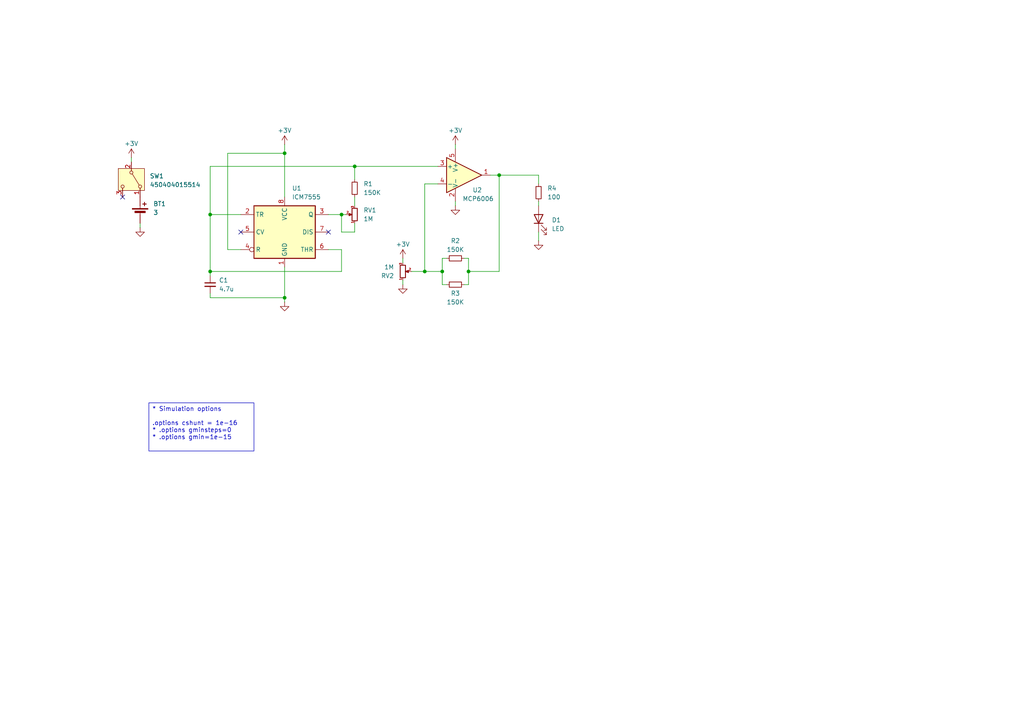
<source format=kicad_sch>
(kicad_sch (version 20250114) (generator "eeschema") (generator_version "9.0")
  (paper "A4")
  (lib_symbols
    (symbol "Amplifier_Operational:MCP6001-OT" (pin_names (offset 0.127))
      (property "Reference" "U" (at -1.27 6.35 0))
      (property "Value" "MCP6001-OT" (at -1.27 3.81 0))
      (symbol "MCP6001-OT_0_1"
        (polyline (pts (xy -5.08 5.08) (xy 5.08 0) (xy -5.08 -5.08) (xy -5.08 5.08)) (stroke (width 0.254)) (fill (type background)))
        (pin power_in line (at -2.54 7.62 270) (length 3.81) (name "V+") (number "5"))
        (pin power_in line (at -2.54 -7.62 90) (length 3.81) (name "V-") (number "2"))
      )
      (symbol "MCP6001-OT_1_1"
        (pin input line (at -7.62 2.54 0) (length 2.54) (name "+") (number "3"))
        (pin input line (at -7.62 -2.54 0) (length 2.54) (name "-") (number "4"))
        (pin output line (at 7.62 0 180) (length 2.54) (name "~") (number "1"))
      )
    )
    (symbol "Device:Battery_Cell" (pin_numbers (hide yes)) (pin_names (offset 0) (hide yes))
      (property "Reference" "BT" (at 2.54 2.54 0))
      (property "Value" "Battery_Cell" (at 2.54 0 0))
      (symbol "Battery_Cell_0_1"
        (rectangle (start -2.286 1.778) (end 2.286 1.524) (fill (type outline)))
        (rectangle (start -1.524 1.016) (end 1.524 0.508) (fill (type outline)))
        (polyline (pts (xy 0 1.778) (xy 0 2.54)))
        (polyline (pts (xy 0 0.762) (xy 0 0)))
        (polyline (pts (xy 0.762 3.048) (xy 1.778 3.048)) (stroke (width 0.254)))
        (polyline (pts (xy 1.27 3.556) (xy 1.27 2.54)) (stroke (width 0.254)))
      )
      (symbol "Battery_Cell_1_1"
        (pin passive line (at 0 5.08 270) (length 2.54) (name "+") (number "1"))
        (pin passive line (at 0 -2.54 90) (length 2.54) (name "-") (number "2"))
      )
    )
    (symbol "Device:C_Small" (pin_numbers (hide yes)) (pin_names (offset 0.254) (hide yes))
      (property "Reference" "C" (at 0.254 1.778 0))
      (property "Value" "C_Small" (at 0.254 -2.032 0))
      (symbol "C_Small_0_1"
        (polyline (pts (xy -1.524 0.508) (xy 1.524 0.508)) (stroke (width 0.3048)))
        (polyline (pts (xy -1.524 -0.508) (xy 1.524 -0.508)) (stroke (width 0.3302)))
      )
      (symbol "C_Small_1_1"
        (pin passive line (at 0 2.54 270) (length 2.032) (name "~") (number "1"))
        (pin passive line (at 0 -2.54 90) (length 2.032) (name "~") (number "2"))
      )
    )
    (symbol "Device:LED" (pin_numbers (hide yes)) (pin_names (offset 1.016) (hide yes))
      (property "Reference" "D" (at 0 2.54 0))
      (property "Value" "LED" (at 0 -2.54 0))
      (symbol "LED_0_1"
        (polyline (pts (xy -3.048 -0.762) (xy -4.572 -2.286) (xy -3.81 -2.286) (xy -4.572 -2.286) (xy -4.572 -1.524)))
        (polyline (pts (xy -1.778 -0.762) (xy -3.302 -2.286) (xy -2.54 -2.286) (xy -3.302 -2.286) (xy -3.302 -1.524)))
        (polyline (pts (xy -1.27 0) (xy 1.27 0)))
        (polyline (pts (xy -1.27 -1.27) (xy -1.27 1.27)) (stroke (width 0.254)))
        (polyline (pts (xy 1.27 -1.27) (xy 1.27 1.27) (xy -1.27 0) (xy 1.27 -1.27)) (stroke (width 0.254)))
      )
      (symbol "LED_1_1"
        (pin passive line (at -3.81 0 0) (length 2.54) (name "K") (number "1"))
        (pin passive line (at 3.81 0 180) (length 2.54) (name "A") (number "2"))
      )
    )
    (symbol "Device:R_Potentiometer_Small" (pin_names (offset 1.016) (hide yes))
      (property "Reference" "RV" (at -4.445 0 90))
      (property "Value" "R_Potentiometer_Small" (at -2.54 0 90))
      (symbol "R_Potentiometer_Small_0_1"
        (rectangle (start 0.762 1.8034) (end -0.762 -1.8034) (stroke (width 0.254)))
        (polyline (pts (xy 0.889 0) (xy 0.635 0) (xy 1.651 0.381) (xy 1.651 -0.381) (xy 0.635 0) (xy 0.889 0)) (fill (type outline)))
      )
      (symbol "R_Potentiometer_Small_1_1"
        (pin passive line (at 0 2.54 270) (length 0.635) (name "1") (number "1"))
        (pin passive line (at 0 -2.54 90) (length 0.635) (name "3") (number "3"))
        (pin passive line (at 2.54 0 180) (length 0.9906) (name "2") (number "2"))
      )
    )
    (symbol "Device:R_Small" (pin_numbers (hide yes)) (pin_names (offset 0.254) (hide yes))
      (property "Reference" "R" (at 0 0 90))
      (property "Value" "R_Small" (at 1.778 0 90))
      (symbol "R_Small_0_1"
        (rectangle (start -0.762 1.778) (end 0.762 -1.778) (stroke (width 0.2032)))
      )
      (symbol "R_Small_1_1"
        (pin passive line (at 0 2.54 270) (length 0.762) (name "~") (number "1"))
        (pin passive line (at 0 -2.54 90) (length 0.762) (name "~") (number "2"))
      )
    )
    (symbol "R_Potentiometer_Small_1" (pin_names (offset 1.016) (hide yes))
      (property "Reference" "RV" (at -4.445 0 90))
      (property "Value" "R_Potentiometer_Small" (at -2.54 0 90))
      (symbol "R_Potentiometer_Small_1_0_1"
        (rectangle (start 0.762 1.8034) (end -0.762 -1.8034) (stroke (width 0.254)))
        (polyline (pts (xy 0.889 0) (xy 0.635 0) (xy 1.651 0.381) (xy 1.651 -0.381) (xy 0.635 0) (xy 0.889 0)) (fill (type outline)))
      )
      (symbol "R_Potentiometer_Small_1_1_1"
        (pin passive line (at 0 2.54 270) (length 0.635) (name "1") (number "1"))
        (pin passive line (at 0 -2.54 90) (length 0.635) (name "3") (number "3"))
        (pin passive line (at 2.54 0 180) (length 0.9906) (name "2") (number "2"))
      )
    )
    (symbol "Switch:SW_SPDT" (pin_names (offset 0) (hide yes))
      (property "Reference" "SW" (at 0 5.08 0))
      (property "Value" "SW_SPDT" (at 0 -5.08 0))
      (symbol "SW_SPDT_0_1"
        (circle (center -2.032 0) (radius 0.4572))
        (polyline (pts (xy -1.651 0.254) (xy 1.651 2.286)))
        (circle (center 2.032 2.54) (radius 0.4572))
        (circle (center 2.032 -2.54) (radius 0.4572))
      )
      (symbol "SW_SPDT_1_1"
        (rectangle (start -3.175 3.81) (end 3.175 -3.81) (fill (type background)))
        (pin passive line (at -5.08 0 0) (length 2.54) (name "B") (number "2"))
        (pin passive line (at 5.08 2.54 180) (length 2.54) (name "A") (number "1"))
        (pin passive line (at 5.08 -2.54 180) (length 2.54) (name "C") (number "3"))
      )
    )
    (symbol "Timer:ICM7555xB"
      (property "Reference" "U" (at -10.16 8.89 0))
      (property "Value" "ICM7555xB" (at 2.54 8.89 0))
      (symbol "ICM7555xB_0_0"
        (pin power_in line (at 0 10.16 270) (length 2.54) (name "VCC") (number "8"))
        (pin power_in line (at 0 -10.16 90) (length 2.54) (name "GND") (number "1"))
      )
      (symbol "ICM7555xB_0_1"
        (rectangle (start -8.89 -7.62) (end 8.89 7.62) (stroke (width 0.254)) (fill (type background)))
        (rectangle (start -8.89 -7.62) (end 8.89 7.62) (stroke (width 0.254)) (fill (type background)))
      )
      (symbol "ICM7555xB_1_1"
        (pin input line (at -12.7 5.08 0) (length 3.81) (name "TR") (number "2"))
        (pin input line (at -12.7 0 0) (length 3.81) (name "CV") (number "5"))
        (pin input inverted (at -12.7 -5.08 0) (length 3.81) (name "R") (number "4"))
        (pin output line (at 12.7 5.08 180) (length 3.81) (name "Q") (number "3"))
        (pin input line (at 12.7 0 180) (length 3.81) (name "DIS") (number "7"))
        (pin input line (at 12.7 -5.08 180) (length 3.81) (name "THR") (number "6"))
      )
    )
    (symbol "power:+3V0" (power) (pin_numbers (hide yes)) (pin_names (offset 0) (hide yes))
      (property "Value" "+3V0" (at 0 3.556 0))
      (symbol "+3V0_0_1"
        (polyline (pts (xy -0.762 1.27) (xy 0 2.54)))
        (polyline (pts (xy 0 2.54) (xy 0.762 1.27)))
        (polyline (pts (xy 0 0) (xy 0 2.54)))
      )
      (symbol "+3V0_1_1"
        (pin power_in line (at 0 0 90) (length 0) (name "~") (number "1"))
      )
    )
    (symbol "power:GND" (power) (pin_numbers (hide yes)) (pin_names (offset 0) (hide yes))
      (property "Value" "GND" (at 0 -3.81 0))
      (symbol "GND_0_1"
        (polyline (pts (xy 0 0) (xy 0 -1.27) (xy 1.27 -1.27) (xy 0 -2.54) (xy -1.27 -1.27) (xy 0 -1.27)))
      )
      (symbol "GND_1_1"
        (pin power_in line (at 0 0 270) (length 0) (name "~") (number "1"))
      )
    )
  )
  (text_box "* Simulation options\n\n.options cshunt = 1e-16\n* .options gminsteps=0\n* .options gmin=1e-15" (at 43.18 116.84 0) (size 30.48 13.97) (margins 0.9525 0.9525 0.9525 0.9525) (effects (font (size 1.27 1.27)) (justify left top)))
  (junction (at 123.19 78.74))
  (junction (at 102.87 48.26))
  (junction (at 99.06 62.23))
  (junction (at 135.89 78.74))
  (junction (at 60.96 62.23))
  (junction (at 128.27 78.74))
  (junction (at 60.96 78.74))
  (junction (at 82.55 44.45))
  (junction (at 82.55 86.36))
  (junction (at 144.78 50.8))
  (no_connect (at 69.85 67.31))
  (no_connect (at 95.25 67.31))
  (no_connect (at 35.56 57.15))
  (wire (pts (xy 95.25 72.39) (xy 99.06 72.39)))
  (wire (pts (xy 95.25 62.23) (xy 99.06 62.23)))
  (wire (pts (xy 60.96 85.09) (xy 60.96 86.36)))
  (wire (pts (xy 40.64 66.04) (xy 40.64 64.77)))
  (wire (pts (xy 60.96 78.74) (xy 60.96 62.23)))
  (wire (pts (xy 156.21 50.8) (xy 156.21 53.34)))
  (wire (pts (xy 156.21 58.42) (xy 156.21 59.69)))
  (wire (pts (xy 102.87 67.31) (xy 99.06 67.31)))
  (wire (pts (xy 135.89 74.93) (xy 135.89 78.74)))
  (wire (pts (xy 82.55 86.36) (xy 82.55 87.63)))
  (wire (pts (xy 99.06 62.23) (xy 100.33 62.23)))
  (wire (pts (xy 123.19 53.34) (xy 123.19 78.74)))
  (wire (pts (xy 99.06 62.23) (xy 99.06 67.31)))
  (wire (pts (xy 156.21 69.85) (xy 156.21 67.31)))
  (wire (pts (xy 102.87 64.77) (xy 102.87 67.31)))
  (wire (pts (xy 128.27 74.93) (xy 129.54 74.93)))
  (wire (pts (xy 135.89 78.74) (xy 144.78 78.74)))
  (wire (pts (xy 128.27 74.93) (xy 128.27 78.74)))
  (wire (pts (xy 66.04 72.39) (xy 69.85 72.39)))
  (wire (pts (xy 144.78 50.8) (xy 142.24 50.8)))
  (wire (pts (xy 60.96 78.74) (xy 99.06 78.74)))
  (wire (pts (xy 144.78 50.8) (xy 156.21 50.8)))
  (wire (pts (xy 99.06 72.39) (xy 99.06 78.74)))
  (wire (pts (xy 132.08 41.91) (xy 132.08 43.18)))
  (wire (pts (xy 102.87 57.15) (xy 102.87 59.69)))
  (wire (pts (xy 119.38 78.74) (xy 123.19 78.74)))
  (wire (pts (xy 135.89 78.74) (xy 135.89 82.55)))
  (wire (pts (xy 82.55 41.91) (xy 82.55 44.45)))
  (wire (pts (xy 116.84 82.55) (xy 116.84 81.28)))
  (wire (pts (xy 135.89 74.93) (xy 134.62 74.93)))
  (wire (pts (xy 123.19 78.74) (xy 128.27 78.74)))
  (wire (pts (xy 38.1 45.72) (xy 38.1 46.99)))
  (wire (pts (xy 82.55 44.45) (xy 82.55 57.15)))
  (wire (pts (xy 60.96 48.26) (xy 60.96 62.23)))
  (wire (pts (xy 128.27 78.74) (xy 128.27 82.55)))
  (wire (pts (xy 132.08 59.69) (xy 132.08 58.42)))
  (wire (pts (xy 135.89 82.55) (xy 134.62 82.55)))
  (wire (pts (xy 60.96 86.36) (xy 82.55 86.36)))
  (wire (pts (xy 102.87 48.26) (xy 127 48.26)))
  (wire (pts (xy 66.04 44.45) (xy 66.04 72.39)))
  (wire (pts (xy 102.87 48.26) (xy 102.87 52.07)))
  (wire (pts (xy 60.96 78.74) (xy 60.96 80.01)))
  (wire (pts (xy 128.27 82.55) (xy 129.54 82.55)))
  (wire (pts (xy 144.78 50.8) (xy 144.78 78.74)))
  (wire (pts (xy 82.55 77.47) (xy 82.55 86.36)))
  (wire (pts (xy 123.19 53.34) (xy 127 53.34)))
  (wire (pts (xy 116.84 74.93) (xy 116.84 76.2)))
  (wire (pts (xy 66.04 44.45) (xy 82.55 44.45)))
  (wire (pts (xy 60.96 62.23) (xy 69.85 62.23)))
  (wire (pts (xy 60.96 48.26) (xy 102.87 48.26)))
  (symbol (lib_id "power:+3V0") (at 116.84 74.93 0) (unit 1)
    (property "Reference" "#PWR06" (effects (hide yes)))
    (property "Value" "+3V" (at 116.84 70.866 0))
    (property "Description" "Power symbol creates a global label with name \"+3V0\"" (effects (hide yes)))
  )
  (symbol (lib_id "power:+3V0") (at 82.55 41.91 0) (unit 1)
    (property "Reference" "#PWR02" (effects (hide yes)))
    (property "Value" "+3V" (at 82.55 37.846 0))
    (property "Description" "Power symbol creates a global label with name \"+3V0\"" (effects (hide yes)))
  )
  (symbol (lib_id "Switch:SW_SPDT") (at 38.1 52.07 270) (unit 1)
    (property "Reference" "SW1" (at 43.434 51.054 90) (effects (justify left)))
    (property "Value" "450404015514" (at 43.434 53.594 90) (effects (justify left)))
    (property "Footprint" "Button_Switch_SMD:SW_SPDT_PCM12" (effects (hide yes)))
    (property "Datasheet" "https://www.digikey.it/it/products/detail/w%C3%BCrth-elektronik/450404015514/9950812" (effects (hide yes)))
    (property "Description" "Switch, single pole double throw" (effects (hide yes)))
    (property "Sim.Device" "R" (effects (hide yes)))
    (property "Sim.Pins" "2=- 1=+" (effects (hide yes)))
    (property "Sim.Params" "r=0.001" (effects (hide yes)))
  )
  (symbol (lib_id "Device:R_Small") (at 132.08 82.55 270) (unit 1)
    (property "Reference" "R3" (at 132.08 85.09 90))
    (property "Value" "150K" (at 132.08 87.63 90))
    (property "Footprint" "Resistor_SMD:R_0805_2012Metric_Pad1.20x1.40mm_HandSolder" (effects (hide yes)))
    (property "Description" "Resistor, small symbol" (effects (hide yes)))
  )
  (symbol (lib_id "Device:Battery_Cell") (at 40.64 62.23 0) (unit 1)
    (property "Reference" "BT1" (at 44.45 59.1184 0) (effects (justify left)))
    (property "Value" "3" (at 44.45 61.6584 0) (effects (justify left)))
    (property "Footprint" "Battery:BatteryHolder_Multicomp_BC-2001_1x2032" (effects (hide yes)))
    (property "Datasheet" "https://www.digikey.it/it/products/detail/te-connectivity-linx/BAT-HLD-003-SMT/14301785" (effects (hide yes)))
    (property "Description" "Single-cell battery" (effects (hide yes)))
    (property "Sim.Pins" "1=+ 2=-" (effects (hide yes)))
    (property "Sim.Type" "DC" (effects (hide yes)))
    (property "Sim.Device" "V" (effects (hide yes)))
  )
  (symbol (lib_id "power:+3V0") (at 38.1 45.72 0) (unit 1)
    (property "Reference" "#PWR03" (effects (hide yes)))
    (property "Value" "+3V" (at 38.1 41.656 0))
    (property "Description" "Power symbol creates a global label with name \"+3V0\"" (effects (hide yes)))
  )
  (symbol (lib_id "Device:R_Potentiometer_Small") (at 102.87 62.23 180) (unit 1)
    (property "Reference" "RV1" (at 105.41 60.9599 0) (effects (justify right)))
    (property "Value" "1M" (at 105.41 63.4999 0) (effects (justify right)))
    (property "Footprint" "Potentiometer_SMD:Potentiometer_Bourns_TC33X_Vertical" (effects (hide yes)))
    (property "Datasheet" "https://www.digikey.it/it/products/detail/bourns-inc/TC33X-2-105E/2566882" (effects (hide yes)))
    (property "Description" "Potentiometer" (effects (hide yes)))
    (property "Sim.Device" "R" (effects (hide yes)))
    (property "Sim.Pins" "1=r0 2=wiper 3=r1" (effects (hide yes)))
    (property "Sim.Type" "POT" (effects (hide yes)))
    (property "Sim.Params" "pos=0.85" (effects (hide yes)))
  )
  (symbol (lib_id "power:GND") (at 132.08 59.69 0) (unit 1)
    (property "Reference" "#PWR04" (effects (hide yes)))
    (property "Value" "GND" (effects (hide yes)))
    (property "Description" "Power symbol creates a global label with name \"GND\" , ground" (effects (hide yes)))
  )
  (symbol (lib_id "power:+3V0") (at 132.08 41.91 0) (unit 1)
    (property "Reference" "#PWR05" (effects (hide yes)))
    (property "Value" "+3V" (at 132.08 37.846 0))
    (property "Description" "Power symbol creates a global label with name \"+3V0\"" (effects (hide yes)))
  )
  (symbol (lib_id "power:GND") (at 116.84 82.55 0) (unit 1)
    (property "Reference" "#PWR07" (effects (hide yes)))
    (property "Value" "GND" (effects (hide yes)))
    (property "Description" "Power symbol creates a global label with name \"GND\" , ground" (effects (hide yes)))
  )
  (symbol (lib_id "Device:R_Small") (at 102.87 54.61 180) (unit 1)
    (property "Reference" "R1" (at 105.41 53.3399 0) (effects (justify right)))
    (property "Value" "150K" (at 105.41 55.8799 0) (effects (justify right)))
    (property "Footprint" "Resistor_SMD:R_0805_2012Metric_Pad1.20x1.40mm_HandSolder" (effects (hide yes)))
    (property "Description" "Resistor, small symbol" (effects (hide yes)))
  )
  (symbol (lib_id "Amplifier_Operational:MCP6001-OT") (at 134.62 50.8 0) (unit 1)
    (property "Reference" "U2" (at 138.43 55.118 0))
    (property "Value" "MCP6006" (at 138.684 57.658 0))
    (property "Footprint" "Package_TO_SOT_SMD:SOT-23-5" (effects (hide yes)))
    (property "Datasheet" "https://www.digikey.it/it/products/detail/onsemi/LMV931SQ3T2G/1961075" (effects (hide yes)))
    (property "Description" "1MHz, Low-Power Op Amp, SOT-23-5" (effects (hide yes)))
    (property "Sim.Library" "MCP6006.lib" (effects (hide yes)))
    (property "Sim.Name" "MCP6006" (effects (hide yes)))
    (property "Sim.Device" "SUBCKT" (effects (hide yes)))
    (property "Sim.Pins" "1=5 2=4 3=1 4=2 5=3" (effects (hide yes)))
  )
  (symbol (lib_id "Device:LED") (at 156.21 63.5 90) (unit 1)
    (property "Reference" "D1" (at 160.02 63.8174 90) (effects (justify right)))
    (property "Value" "LED" (at 160.02 66.3574 90) (effects (justify right)))
    (property "Footprint" "LED_SMD:LED_1206_3216Metric_Pad1.42x1.75mm_HandSolder" (effects (hide yes)))
    (property "Datasheet" "https://www.digikey.it/it/products/detail/liteon/LTST-C230KRKT/386857" (effects (hide yes)))
    (property "Description" "Light emitting diode" (effects (hide yes)))
    (property "Sim.Pins" "1=K 2=A" (effects (hide yes)))
    (property "Sim.Device" "D" (effects (hide yes)))
    (property "Sim.Params" "IS=1a RS=3.3 N=2" (effects (hide yes)))
  )
  (symbol (lib_id "Timer:ICM7555xB") (at 82.55 67.31 0) (unit 1)
    (property "Reference" "U1" (at 84.6933 54.61 0) (effects (justify left)))
    (property "Value" "ICM7555" (at 84.6933 57.15 0) (effects (justify left)))
    (property "Footprint" "Package_SO:SOIC-8_3.9x4.9mm_P1.27mm" (effects (hide yes)))
    (property "Datasheet" "https://www.digikey.it/it/products/detail/renesas-electronics-corporation/ICM7555CBAZ/821487" (effects (hide yes)))
    (property "Description" "CMOS General Purpose Timer, 555 compatible, SOIC-8" (effects (hide yes)))
    (property "Sim.Library" "TLC555.LIB" (effects (hide yes)))
    (property "Sim.Name" "TLC555" (effects (hide yes)))
    (property "Sim.Device" "SUBCKT" (effects (hide yes)))
    (property "Sim.Pins" "1=GND 2=TRIG 3=OUT 4=RESET 5=CONT 6=THRES 7=DISC 8=VCC" (effects (hide yes)))
  )
  (symbol (lib_name "R_Potentiometer_Small_1") (lib_id "Device:R_Potentiometer_Small") (at 116.84 78.74 0) (mirror x) (unit 1)
    (property "Reference" "RV2" (at 114.3 80.0101 0) (effects (justify right)))
    (property "Value" "1M" (at 114.3 77.4701 0) (effects (justify right)))
    (property "Footprint" "Potentiometer_SMD:Potentiometer_Bourns_TC33X_Vertical" (effects (hide yes)))
    (property "Datasheet" "https://www.digikey.it/it/products/detail/bourns-inc/TC33X-2-105E/2566882" (effects (hide yes)))
    (property "Description" "Potentiometer" (effects (hide yes)))
    (property "Sim.Device" "R" (effects (hide yes)))
    (property "Sim.Type" "POT" (effects (hide yes)))
    (property "Sim.Pins" "1=r0 2=wiper 3=r1" (effects (hide yes)))
    (property "Sim.Params" "pos=0.15" (effects (hide yes)))
  )
  (symbol (lib_id "Device:C_Small") (at 60.96 82.55 0) (unit 1)
    (property "Reference" "C1" (at 63.5 81.2862 0) (effects (justify left)))
    (property "Value" "4.7u" (at 63.5 83.8262 0) (effects (justify left)))
    (property "Footprint" "Capacitor_SMD:C_0805_2012Metric_Pad1.18x1.45mm_HandSolder" (effects (hide yes)))
    (property "Description" "Unpolarized capacitor, small symbol" (effects (hide yes)))
  )
  (symbol (lib_id "power:GND") (at 156.21 69.85 0) (unit 1)
    (property "Reference" "#PWR08" (effects (hide yes)))
    (property "Value" "GND" (effects (hide yes)))
    (property "Description" "Power symbol creates a global label with name \"GND\" , ground" (effects (hide yes)))
  )
  (symbol (lib_id "power:GND") (at 82.55 87.63 0) (unit 1)
    (property "Reference" "#PWR01" (effects (hide yes)))
    (property "Value" "GND" (effects (hide yes)))
    (property "Description" "Power symbol creates a global label with name \"GND\" , ground" (effects (hide yes)))
  )
  (symbol (lib_id "Device:R_Small") (at 156.21 55.88 180) (unit 1)
    (property "Reference" "R4" (at 158.75 54.6099 0) (effects (justify right)))
    (property "Value" "100" (at 158.75 57.1499 0) (effects (justify right)))
    (property "Footprint" "Resistor_SMD:R_0805_2012Metric_Pad1.20x1.40mm_HandSolder" (effects (hide yes)))
    (property "Description" "Resistor, small symbol" (effects (hide yes)))
  )
  (symbol (lib_id "power:GND") (at 40.64 66.04 0) (unit 1)
    (property "Reference" "#PWR09" (effects (hide yes)))
    (property "Value" "GND" (effects (hide yes)))
    (property "Description" "Power symbol creates a global label with name \"GND\" , ground" (effects (hide yes)))
  )
  (symbol (lib_id "Device:R_Small") (at 132.08 74.93 270) (unit 1)
    (property "Reference" "R2" (at 132.08 69.85 90))
    (property "Value" "150K" (at 132.08 72.39 90))
    (property "Footprint" "Resistor_SMD:R_0805_2012Metric_Pad1.20x1.40mm_HandSolder" (effects (hide yes)))
    (property "Description" "Resistor, small symbol" (effects (hide yes)))
  )
)
</source>
